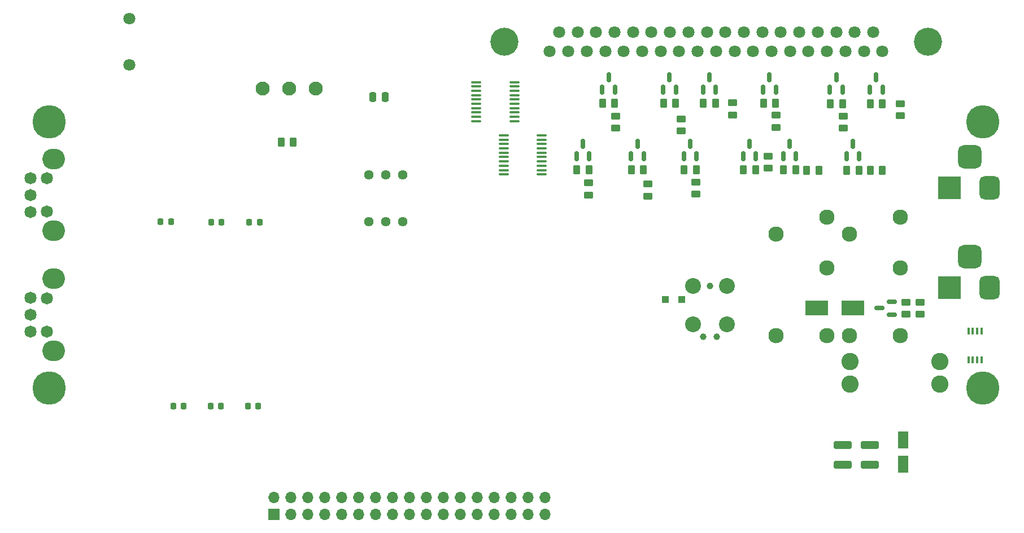
<source format=gbs>
%TF.GenerationSoftware,KiCad,Pcbnew,(6.0.2)*%
%TF.CreationDate,2022-08-07T22:17:39-07:00*%
%TF.ProjectId,LightDrum,4c696768-7444-4727-956d-2e6b69636164,rev?*%
%TF.SameCoordinates,Original*%
%TF.FileFunction,Soldermask,Bot*%
%TF.FilePolarity,Negative*%
%FSLAX46Y46*%
G04 Gerber Fmt 4.6, Leading zero omitted, Abs format (unit mm)*
G04 Created by KiCad (PCBNEW (6.0.2)) date 2022-08-07 22:17:39*
%MOMM*%
%LPD*%
G01*
G04 APERTURE LIST*
G04 Aperture macros list*
%AMRoundRect*
0 Rectangle with rounded corners*
0 $1 Rounding radius*
0 $2 $3 $4 $5 $6 $7 $8 $9 X,Y pos of 4 corners*
0 Add a 4 corners polygon primitive as box body*
4,1,4,$2,$3,$4,$5,$6,$7,$8,$9,$2,$3,0*
0 Add four circle primitives for the rounded corners*
1,1,$1+$1,$2,$3*
1,1,$1+$1,$4,$5*
1,1,$1+$1,$6,$7*
1,1,$1+$1,$8,$9*
0 Add four rect primitives between the rounded corners*
20,1,$1+$1,$2,$3,$4,$5,0*
20,1,$1+$1,$4,$5,$6,$7,0*
20,1,$1+$1,$6,$7,$8,$9,0*
20,1,$1+$1,$8,$9,$2,$3,0*%
G04 Aperture macros list end*
%ADD10R,1.700000X1.700000*%
%ADD11O,1.700000X1.700000*%
%ADD12O,3.400000X3.100000*%
%ADD13C,1.820000*%
%ADD14C,2.600000*%
%ADD15C,0.990600*%
%ADD16C,2.374900*%
%ADD17C,2.300000*%
%ADD18R,3.500000X3.500000*%
%ADD19RoundRect,0.750000X0.750000X1.000000X-0.750000X1.000000X-0.750000X-1.000000X0.750000X-1.000000X0*%
%ADD20RoundRect,0.875000X0.875000X0.875000X-0.875000X0.875000X-0.875000X-0.875000X0.875000X-0.875000X0*%
%ADD21C,2.100000*%
%ADD22C,1.440000*%
%ADD23C,5.000000*%
%ADD24C,4.200000*%
%ADD25C,1.800000*%
%ADD26RoundRect,0.250000X0.450000X-0.262500X0.450000X0.262500X-0.450000X0.262500X-0.450000X-0.262500X0*%
%ADD27RoundRect,0.250000X0.262500X0.450000X-0.262500X0.450000X-0.262500X-0.450000X0.262500X-0.450000X0*%
%ADD28RoundRect,0.150000X0.150000X-0.587500X0.150000X0.587500X-0.150000X0.587500X-0.150000X-0.587500X0*%
%ADD29RoundRect,0.225000X-0.225000X-0.250000X0.225000X-0.250000X0.225000X0.250000X-0.225000X0.250000X0*%
%ADD30RoundRect,0.250000X-0.262500X-0.450000X0.262500X-0.450000X0.262500X0.450000X-0.262500X0.450000X0*%
%ADD31RoundRect,0.150000X0.587500X0.150000X-0.587500X0.150000X-0.587500X-0.150000X0.587500X-0.150000X0*%
%ADD32RoundRect,0.250000X1.100000X-0.325000X1.100000X0.325000X-1.100000X0.325000X-1.100000X-0.325000X0*%
%ADD33RoundRect,0.250000X-0.550000X1.050000X-0.550000X-1.050000X0.550000X-1.050000X0.550000X1.050000X0*%
%ADD34R,1.000000X1.000000*%
%ADD35RoundRect,0.225000X0.225000X0.250000X-0.225000X0.250000X-0.225000X-0.250000X0.225000X-0.250000X0*%
%ADD36RoundRect,0.250000X-0.450000X0.262500X-0.450000X-0.262500X0.450000X-0.262500X0.450000X0.262500X0*%
%ADD37RoundRect,0.100000X0.637500X0.100000X-0.637500X0.100000X-0.637500X-0.100000X0.637500X-0.100000X0*%
%ADD38R,0.400000X1.100000*%
%ADD39RoundRect,0.250000X-0.250000X-0.475000X0.250000X-0.475000X0.250000X0.475000X-0.250000X0.475000X0*%
%ADD40R,3.500000X2.300000*%
G04 APERTURE END LIST*
D10*
X72700000Y-114000000D03*
D11*
X72700000Y-111460000D03*
X75240000Y-114000000D03*
X75240000Y-111460000D03*
X77780000Y-114000000D03*
X77780000Y-111460000D03*
X80320000Y-114000000D03*
X80320000Y-111460000D03*
X82860000Y-114000000D03*
X82860000Y-111460000D03*
X85400000Y-114000000D03*
X85400000Y-111460000D03*
X87940000Y-114000000D03*
X87940000Y-111460000D03*
X90480000Y-114000000D03*
X90480000Y-111460000D03*
X93020000Y-114000000D03*
X93020000Y-111460000D03*
X95560000Y-114000000D03*
X95560000Y-111460000D03*
X98100000Y-114000000D03*
X98100000Y-111460000D03*
X100640000Y-114000000D03*
X100640000Y-111460000D03*
X103180000Y-114000000D03*
X103180000Y-111460000D03*
X105720000Y-114000000D03*
X105720000Y-111460000D03*
X108260000Y-114000000D03*
X108260000Y-111460000D03*
X110800000Y-114000000D03*
X110800000Y-111460000D03*
X113340000Y-114000000D03*
X113340000Y-111460000D03*
D12*
X39718000Y-89400000D03*
X39718000Y-78600000D03*
D13*
X36218000Y-81460000D03*
X36218000Y-86540000D03*
X36218000Y-84000000D03*
X38718000Y-81500000D03*
X38718000Y-86500000D03*
D14*
X172550000Y-91000000D03*
X172550000Y-94400000D03*
X159050000Y-94400000D03*
X159050000Y-91000000D03*
D15*
X139116000Y-87310000D03*
D16*
X140640000Y-85405000D03*
D15*
X137084000Y-87310000D03*
D16*
X135560000Y-79690000D03*
X140640000Y-79690000D03*
D15*
X138100000Y-79690000D03*
D16*
X135560000Y-85405000D03*
D17*
X155610000Y-87160000D03*
X155610000Y-77000000D03*
X155610000Y-69380000D03*
X147990000Y-71920000D03*
X147990000Y-87160000D03*
D18*
X174000000Y-64957500D03*
D19*
X180000000Y-64957500D03*
D20*
X177000000Y-60257500D03*
D21*
X71000000Y-50000000D03*
X75000000Y-50000000D03*
X79000000Y-50000000D03*
D22*
X92000000Y-63000000D03*
X89460000Y-63000000D03*
X86920000Y-63000000D03*
D23*
X179000000Y-55000000D03*
X39000000Y-55000000D03*
D18*
X174000000Y-79957500D03*
D19*
X180000000Y-79957500D03*
D20*
X177000000Y-75257500D03*
D23*
X39000000Y-95000000D03*
D17*
X166610000Y-87160000D03*
X166610000Y-77000000D03*
X166610000Y-69380000D03*
X158990000Y-71920000D03*
X158990000Y-87160000D03*
D24*
X170750000Y-43000000D03*
X107250000Y-43000000D03*
D25*
X163930000Y-44420000D03*
X161160000Y-44420000D03*
X158390000Y-44420000D03*
X155620000Y-44420000D03*
X152850000Y-44420000D03*
X150080000Y-44420000D03*
X147310000Y-44420000D03*
X144540000Y-44420000D03*
X141770000Y-44420000D03*
X139000000Y-44420000D03*
X136230000Y-44420000D03*
X133460000Y-44420000D03*
X130690000Y-44420000D03*
X127920000Y-44420000D03*
X125150000Y-44420000D03*
X122380000Y-44420000D03*
X119610000Y-44420000D03*
X116840000Y-44420000D03*
X114070000Y-44420000D03*
X162545000Y-41580000D03*
X159775000Y-41580000D03*
X157005000Y-41580000D03*
X154235000Y-41580000D03*
X151465000Y-41580000D03*
X148695000Y-41580000D03*
X145925000Y-41580000D03*
X143155000Y-41580000D03*
X140385000Y-41580000D03*
X137615000Y-41580000D03*
X134845000Y-41580000D03*
X132075000Y-41580000D03*
X129305000Y-41580000D03*
X126535000Y-41580000D03*
X123765000Y-41580000D03*
X120995000Y-41580000D03*
X118225000Y-41580000D03*
X115455000Y-41580000D03*
D12*
X39718000Y-60600000D03*
X39718000Y-71400000D03*
D13*
X36218000Y-63460000D03*
X36218000Y-68540000D03*
X36218000Y-66000000D03*
X38718000Y-63500000D03*
X38718000Y-68500000D03*
D23*
X179000000Y-95000000D03*
D22*
X92000000Y-70000000D03*
X89460000Y-70000000D03*
X86920000Y-70000000D03*
D25*
X51000000Y-39500000D03*
X51000000Y-46500000D03*
D26*
X166600000Y-54112500D03*
X166600000Y-52287500D03*
D27*
X154412500Y-62300000D03*
X152587500Y-62300000D03*
D26*
X148000000Y-55879500D03*
X148000000Y-54054500D03*
D28*
X119959000Y-60184500D03*
X118059000Y-60184500D03*
X119009000Y-58309500D03*
X157959000Y-50184500D03*
X156059000Y-50184500D03*
X157009000Y-48309500D03*
D29*
X63325000Y-70100000D03*
X64875000Y-70100000D03*
D30*
X73787500Y-58100000D03*
X75612500Y-58100000D03*
D28*
X136050000Y-60184500D03*
X134150000Y-60184500D03*
X135100000Y-58309500D03*
D31*
X165337500Y-82050000D03*
X165337500Y-83950000D03*
X163462500Y-83000000D03*
D32*
X162000000Y-106475000D03*
X162000000Y-103525000D03*
D27*
X144921500Y-62247000D03*
X143096500Y-62247000D03*
D33*
X167000000Y-102800000D03*
X167000000Y-106400000D03*
D26*
X146800000Y-62012500D03*
X146800000Y-60187500D03*
D27*
X150921500Y-62247000D03*
X149096500Y-62247000D03*
X138921500Y-52247000D03*
X137096500Y-52247000D03*
D26*
X128800000Y-66212500D03*
X128800000Y-64387500D03*
D27*
X163912500Y-62300000D03*
X162087500Y-62300000D03*
D34*
X131350000Y-81700000D03*
X133850000Y-81700000D03*
D27*
X123796500Y-52247000D03*
X121971500Y-52247000D03*
D26*
X141500000Y-54012500D03*
X141500000Y-52187500D03*
D35*
X70575000Y-70100000D03*
X69025000Y-70100000D03*
D29*
X63225000Y-97700000D03*
X64775000Y-97700000D03*
D28*
X144959000Y-60184500D03*
X143059000Y-60184500D03*
X144009000Y-58309500D03*
D26*
X169600000Y-83912500D03*
X169600000Y-82087500D03*
X119900000Y-66012500D03*
X119900000Y-64187500D03*
D27*
X128112500Y-62247000D03*
X126287500Y-62247000D03*
X119921500Y-62247000D03*
X118096500Y-62247000D03*
X136012500Y-62247000D03*
X134187500Y-62247000D03*
D28*
X150959000Y-60184500D03*
X149059000Y-60184500D03*
X150009000Y-58309500D03*
D29*
X55725000Y-70000000D03*
X57275000Y-70000000D03*
X57625000Y-97700000D03*
X59175000Y-97700000D03*
D27*
X160412500Y-62300000D03*
X158587500Y-62300000D03*
D36*
X167500000Y-82087500D03*
X167500000Y-83912500D03*
D27*
X132921500Y-52247000D03*
X131096500Y-52247000D03*
D26*
X158100000Y-56006500D03*
X158100000Y-54181500D03*
D28*
X160450000Y-60237500D03*
X158550000Y-60237500D03*
X159500000Y-58362500D03*
D27*
X147921500Y-52247000D03*
X146096500Y-52247000D03*
D26*
X123900000Y-56006500D03*
X123900000Y-54181500D03*
D28*
X163959000Y-50184500D03*
X162059000Y-50184500D03*
X163009000Y-48309500D03*
X123834000Y-50189500D03*
X121934000Y-50189500D03*
X122884000Y-48314500D03*
D27*
X157959500Y-52300000D03*
X156134500Y-52300000D03*
D28*
X128150000Y-60184500D03*
X126250000Y-60184500D03*
X127200000Y-58309500D03*
D26*
X133800000Y-56412500D03*
X133800000Y-54587500D03*
D37*
X112862500Y-57075000D03*
X112862500Y-57725000D03*
X112862500Y-58375000D03*
X112862500Y-59025000D03*
X112862500Y-59675000D03*
X112862500Y-60325000D03*
X112862500Y-60975000D03*
X112862500Y-61625000D03*
X112862500Y-62275000D03*
X112862500Y-62925000D03*
X107137500Y-62925000D03*
X107137500Y-62275000D03*
X107137500Y-61625000D03*
X107137500Y-60975000D03*
X107137500Y-60325000D03*
X107137500Y-59675000D03*
X107137500Y-59025000D03*
X107137500Y-58375000D03*
X107137500Y-57725000D03*
X107137500Y-57075000D03*
D28*
X138959000Y-50184500D03*
X137059000Y-50184500D03*
X138009000Y-48309500D03*
X147959000Y-50184500D03*
X146059000Y-50184500D03*
X147009000Y-48309500D03*
D37*
X108771500Y-49075000D03*
X108771500Y-49725000D03*
X108771500Y-50375000D03*
X108771500Y-51025000D03*
X108771500Y-51675000D03*
X108771500Y-52325000D03*
X108771500Y-52975000D03*
X108771500Y-53625000D03*
X108771500Y-54275000D03*
X108771500Y-54925000D03*
X103046500Y-54925000D03*
X103046500Y-54275000D03*
X103046500Y-53625000D03*
X103046500Y-52975000D03*
X103046500Y-52325000D03*
X103046500Y-51675000D03*
X103046500Y-51025000D03*
X103046500Y-50375000D03*
X103046500Y-49725000D03*
X103046500Y-49075000D03*
D38*
X176825000Y-86450000D03*
X177475000Y-86450000D03*
X178125000Y-86450000D03*
X178775000Y-86450000D03*
X178775000Y-90750000D03*
X178125000Y-90750000D03*
X177475000Y-90750000D03*
X176825000Y-90750000D03*
D39*
X87494000Y-51349000D03*
X89394000Y-51349000D03*
D32*
X158000000Y-106475000D03*
X158000000Y-103525000D03*
D35*
X70375000Y-97700000D03*
X68825000Y-97700000D03*
D40*
X154100000Y-83000000D03*
X159500000Y-83000000D03*
D26*
X136000000Y-65912500D03*
X136000000Y-64087500D03*
D27*
X163928500Y-52300000D03*
X162103500Y-52300000D03*
D28*
X132959000Y-50189500D03*
X131059000Y-50189500D03*
X132009000Y-48314500D03*
M02*

</source>
